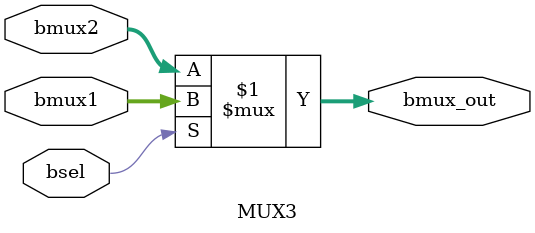
<source format=v>
`timescale 1ns / 1ps
module MUX3 (bsel, bmux1, bmux2, bmux_out);

input [15:0] bmux1, bmux2;
input bsel;
output  [15:0] bmux_out;

    assign bmux_out = (bsel)? bmux1:bmux2;

endmodule
</source>
